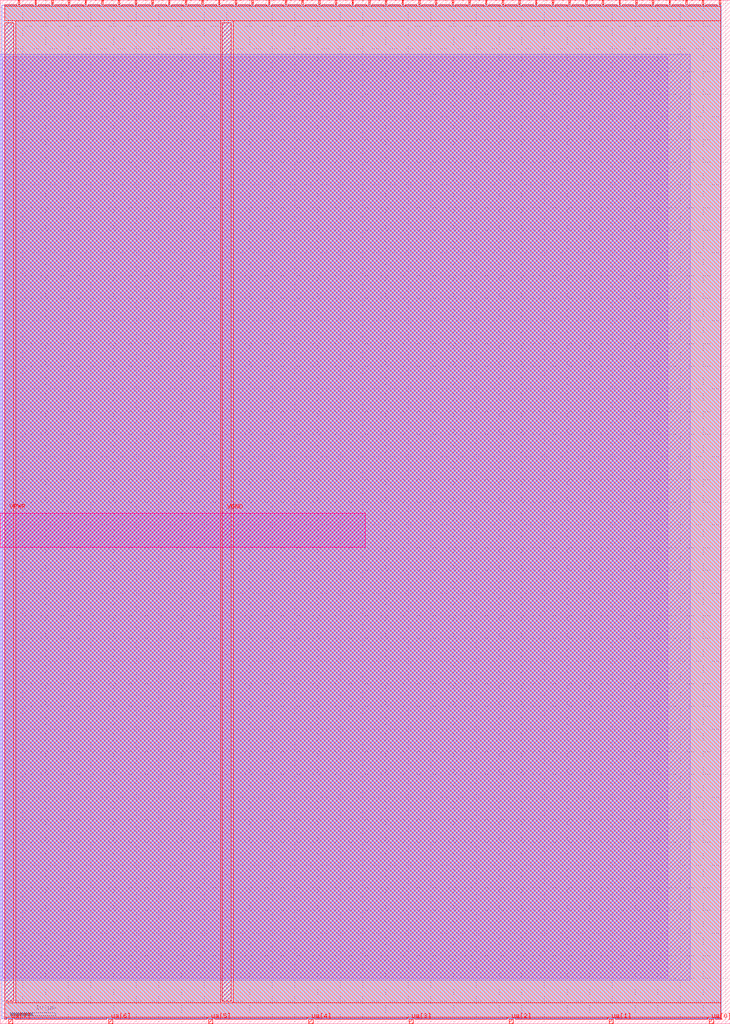
<source format=lef>
VERSION 5.7 ;
  NOWIREEXTENSIONATPIN ON ;
  DIVIDERCHAR "/" ;
  BUSBITCHARS "[]" ;
MACRO tt_um_tt7_meonwara
  CLASS BLOCK ;
  FOREIGN tt_um_tt7_meonwara ;
  ORIGIN 0.000 0.000 ;
  SIZE 161.000 BY 225.760 ;
  PIN clk
    DIRECTION INPUT ;
    USE SIGNAL ;
    ANTENNAGATEAREA 0.852000 ;
    PORT
      LAYER met4 ;
        RECT 154.870 224.760 155.170 225.760 ;
    END
  END clk
  PIN ena
    DIRECTION INPUT ;
    USE SIGNAL ;
    PORT
      LAYER met4 ;
        RECT 158.550 224.760 158.850 225.760 ;
    END
  END ena
  PIN rst_n
    DIRECTION INPUT ;
    USE SIGNAL ;
    ANTENNAGATEAREA 0.990000 ;
    PORT
      LAYER met4 ;
        RECT 151.190 224.760 151.490 225.760 ;
    END
  END rst_n
  PIN ua[0]
    DIRECTION INOUT ;
    USE SIGNAL ;
    ANTENNADIFFAREA 47.520000 ;
    PORT
      LAYER met4 ;
        RECT 156.410 0.000 157.310 1.000 ;
    END
  END ua[0]
  PIN ua[1]
    DIRECTION INOUT ;
    USE SIGNAL ;
    PORT
      LAYER met4 ;
        RECT 134.330 0.000 135.230 1.000 ;
    END
  END ua[1]
  PIN ua[2]
    DIRECTION INOUT ;
    USE SIGNAL ;
    PORT
      LAYER met4 ;
        RECT 112.250 0.000 113.150 1.000 ;
    END
  END ua[2]
  PIN ua[3]
    DIRECTION INOUT ;
    USE SIGNAL ;
    PORT
      LAYER met4 ;
        RECT 90.170 0.000 91.070 1.000 ;
    END
  END ua[3]
  PIN ua[4]
    DIRECTION INOUT ;
    USE SIGNAL ;
    PORT
      LAYER met4 ;
        RECT 68.090 0.000 68.990 1.000 ;
    END
  END ua[4]
  PIN ua[5]
    DIRECTION INOUT ;
    USE SIGNAL ;
    PORT
      LAYER met4 ;
        RECT 46.010 0.000 46.910 1.000 ;
    END
  END ua[5]
  PIN ua[6]
    DIRECTION INOUT ;
    USE SIGNAL ;
    PORT
      LAYER met4 ;
        RECT 23.930 0.000 24.830 1.000 ;
    END
  END ua[6]
  PIN ua[7]
    DIRECTION INOUT ;
    USE SIGNAL ;
    PORT
      LAYER met4 ;
        RECT 1.850 0.000 2.750 1.000 ;
    END
  END ua[7]
  PIN ui_in[0]
    DIRECTION INPUT ;
    USE SIGNAL ;
    ANTENNAGATEAREA 0.196500 ;
    PORT
      LAYER met4 ;
        RECT 147.510 224.760 147.810 225.760 ;
    END
  END ui_in[0]
  PIN ui_in[1]
    DIRECTION INPUT ;
    USE SIGNAL ;
    ANTENNAGATEAREA 0.196500 ;
    PORT
      LAYER met4 ;
        RECT 143.830 224.760 144.130 225.760 ;
    END
  END ui_in[1]
  PIN ui_in[2]
    DIRECTION INPUT ;
    USE SIGNAL ;
    ANTENNAGATEAREA 0.196500 ;
    PORT
      LAYER met4 ;
        RECT 140.150 224.760 140.450 225.760 ;
    END
  END ui_in[2]
  PIN ui_in[3]
    DIRECTION INPUT ;
    USE SIGNAL ;
    ANTENNAGATEAREA 0.196500 ;
    PORT
      LAYER met4 ;
        RECT 136.470 224.760 136.770 225.760 ;
    END
  END ui_in[3]
  PIN ui_in[4]
    DIRECTION INPUT ;
    USE SIGNAL ;
    ANTENNAGATEAREA 0.196500 ;
    PORT
      LAYER met4 ;
        RECT 132.790 224.760 133.090 225.760 ;
    END
  END ui_in[4]
  PIN ui_in[5]
    DIRECTION INPUT ;
    USE SIGNAL ;
    ANTENNAGATEAREA 0.196500 ;
    PORT
      LAYER met4 ;
        RECT 129.110 224.760 129.410 225.760 ;
    END
  END ui_in[5]
  PIN ui_in[6]
    DIRECTION INPUT ;
    USE SIGNAL ;
    ANTENNAGATEAREA 0.196500 ;
    PORT
      LAYER met4 ;
        RECT 125.430 224.760 125.730 225.760 ;
    END
  END ui_in[6]
  PIN ui_in[7]
    DIRECTION INPUT ;
    USE SIGNAL ;
    ANTENNAGATEAREA 0.196500 ;
    PORT
      LAYER met4 ;
        RECT 121.750 224.760 122.050 225.760 ;
    END
  END ui_in[7]
  PIN uio_in[0]
    DIRECTION INPUT ;
    USE SIGNAL ;
    ANTENNADIFFAREA 0.145000 ;
    PORT
      LAYER met4 ;
        RECT 118.070 224.760 118.370 225.760 ;
    END
  END uio_in[0]
  PIN uio_in[1]
    DIRECTION INPUT ;
    USE SIGNAL ;
    ANTENNADIFFAREA 0.145000 ;
    PORT
      LAYER met4 ;
        RECT 114.390 224.760 114.690 225.760 ;
    END
  END uio_in[1]
  PIN uio_in[2]
    DIRECTION INPUT ;
    USE SIGNAL ;
    ANTENNAGATEAREA 0.196500 ;
    ANTENNADIFFAREA 0.145000 ;
    PORT
      LAYER met4 ;
        RECT 110.710 224.760 111.010 225.760 ;
    END
  END uio_in[2]
  PIN uio_in[3]
    DIRECTION INPUT ;
    USE SIGNAL ;
    ANTENNAGATEAREA 0.213000 ;
    ANTENNADIFFAREA 0.145000 ;
    PORT
      LAYER met4 ;
        RECT 107.030 224.760 107.330 225.760 ;
    END
  END uio_in[3]
  PIN uio_in[4]
    DIRECTION INPUT ;
    USE SIGNAL ;
    ANTENNAGATEAREA 0.247500 ;
    ANTENNADIFFAREA 0.145000 ;
    PORT
      LAYER met4 ;
        RECT 103.350 224.760 103.650 225.760 ;
    END
  END uio_in[4]
  PIN uio_in[5]
    DIRECTION INPUT ;
    USE SIGNAL ;
    ANTENNAGATEAREA 0.247500 ;
    ANTENNADIFFAREA 0.145000 ;
    PORT
      LAYER met4 ;
        RECT 99.670 224.760 99.970 225.760 ;
    END
  END uio_in[5]
  PIN uio_in[6]
    DIRECTION INPUT ;
    USE SIGNAL ;
    ANTENNAGATEAREA 0.213000 ;
    ANTENNADIFFAREA 0.145000 ;
    PORT
      LAYER met4 ;
        RECT 95.990 224.760 96.290 225.760 ;
    END
  END uio_in[6]
  PIN uio_in[7]
    DIRECTION INPUT ;
    USE SIGNAL ;
    ANTENNAGATEAREA 0.196500 ;
    ANTENNADIFFAREA 0.145000 ;
    PORT
      LAYER met4 ;
        RECT 92.310 224.760 92.610 225.760 ;
    END
  END uio_in[7]
  PIN uio_oe[0]
    DIRECTION OUTPUT TRISTATE ;
    USE SIGNAL ;
    PORT
      LAYER met4 ;
        RECT 29.750 224.760 30.050 225.760 ;
    END
  END uio_oe[0]
  PIN uio_oe[1]
    DIRECTION OUTPUT TRISTATE ;
    USE SIGNAL ;
    PORT
      LAYER met4 ;
        RECT 26.070 224.760 26.370 225.760 ;
    END
  END uio_oe[1]
  PIN uio_oe[2]
    DIRECTION OUTPUT TRISTATE ;
    USE SIGNAL ;
    PORT
      LAYER met4 ;
        RECT 22.390 224.760 22.690 225.760 ;
    END
  END uio_oe[2]
  PIN uio_oe[3]
    DIRECTION OUTPUT TRISTATE ;
    USE SIGNAL ;
    PORT
      LAYER met4 ;
        RECT 18.710 224.760 19.010 225.760 ;
    END
  END uio_oe[3]
  PIN uio_oe[4]
    DIRECTION OUTPUT TRISTATE ;
    USE SIGNAL ;
    PORT
      LAYER met4 ;
        RECT 15.030 224.760 15.330 225.760 ;
    END
  END uio_oe[4]
  PIN uio_oe[5]
    DIRECTION OUTPUT TRISTATE ;
    USE SIGNAL ;
    PORT
      LAYER met4 ;
        RECT 11.350 224.760 11.650 225.760 ;
    END
  END uio_oe[5]
  PIN uio_oe[6]
    DIRECTION OUTPUT TRISTATE ;
    USE SIGNAL ;
    PORT
      LAYER met4 ;
        RECT 7.670 224.760 7.970 225.760 ;
    END
  END uio_oe[6]
  PIN uio_oe[7]
    DIRECTION OUTPUT TRISTATE ;
    USE SIGNAL ;
    PORT
      LAYER met4 ;
        RECT 3.990 224.760 4.290 225.760 ;
    END
  END uio_oe[7]
  PIN uio_out[0]
    DIRECTION OUTPUT TRISTATE ;
    USE SIGNAL ;
    PORT
      LAYER met4 ;
        RECT 59.190 224.760 59.490 225.760 ;
    END
  END uio_out[0]
  PIN uio_out[1]
    DIRECTION OUTPUT TRISTATE ;
    USE SIGNAL ;
    PORT
      LAYER met4 ;
        RECT 55.510 224.760 55.810 225.760 ;
    END
  END uio_out[1]
  PIN uio_out[2]
    DIRECTION OUTPUT TRISTATE ;
    USE SIGNAL ;
    PORT
      LAYER met4 ;
        RECT 51.830 224.760 52.130 225.760 ;
    END
  END uio_out[2]
  PIN uio_out[3]
    DIRECTION OUTPUT TRISTATE ;
    USE SIGNAL ;
    PORT
      LAYER met4 ;
        RECT 48.150 224.760 48.450 225.760 ;
    END
  END uio_out[3]
  PIN uio_out[4]
    DIRECTION OUTPUT TRISTATE ;
    USE SIGNAL ;
    PORT
      LAYER met4 ;
        RECT 44.470 224.760 44.770 225.760 ;
    END
  END uio_out[4]
  PIN uio_out[5]
    DIRECTION OUTPUT TRISTATE ;
    USE SIGNAL ;
    PORT
      LAYER met4 ;
        RECT 40.790 224.760 41.090 225.760 ;
    END
  END uio_out[5]
  PIN uio_out[6]
    DIRECTION OUTPUT TRISTATE ;
    USE SIGNAL ;
    PORT
      LAYER met4 ;
        RECT 37.110 224.760 37.410 225.760 ;
    END
  END uio_out[6]
  PIN uio_out[7]
    DIRECTION OUTPUT TRISTATE ;
    USE SIGNAL ;
    PORT
      LAYER met4 ;
        RECT 33.430 224.760 33.730 225.760 ;
    END
  END uio_out[7]
  PIN uo_out[0]
    DIRECTION OUTPUT TRISTATE ;
    USE SIGNAL ;
    ANTENNADIFFAREA 0.340600 ;
    PORT
      LAYER met4 ;
        RECT 88.630 224.760 88.930 225.760 ;
    END
  END uo_out[0]
  PIN uo_out[1]
    DIRECTION OUTPUT TRISTATE ;
    USE SIGNAL ;
    ANTENNADIFFAREA 0.340600 ;
    PORT
      LAYER met4 ;
        RECT 84.950 224.760 85.250 225.760 ;
    END
  END uo_out[1]
  PIN uo_out[2]
    DIRECTION OUTPUT TRISTATE ;
    USE SIGNAL ;
    ANTENNADIFFAREA 0.340600 ;
    PORT
      LAYER met4 ;
        RECT 81.270 224.760 81.570 225.760 ;
    END
  END uo_out[2]
  PIN uo_out[3]
    DIRECTION OUTPUT TRISTATE ;
    USE SIGNAL ;
    ANTENNADIFFAREA 0.340600 ;
    PORT
      LAYER met4 ;
        RECT 77.590 224.760 77.890 225.760 ;
    END
  END uo_out[3]
  PIN uo_out[4]
    DIRECTION OUTPUT TRISTATE ;
    USE SIGNAL ;
    ANTENNADIFFAREA 0.340600 ;
    PORT
      LAYER met4 ;
        RECT 73.910 224.760 74.210 225.760 ;
    END
  END uo_out[4]
  PIN uo_out[5]
    DIRECTION OUTPUT TRISTATE ;
    USE SIGNAL ;
    ANTENNADIFFAREA 0.340600 ;
    PORT
      LAYER met4 ;
        RECT 70.230 224.760 70.530 225.760 ;
    END
  END uo_out[5]
  PIN uo_out[6]
    DIRECTION OUTPUT TRISTATE ;
    USE SIGNAL ;
    ANTENNADIFFAREA 0.340600 ;
    PORT
      LAYER met4 ;
        RECT 66.550 224.760 66.850 225.760 ;
    END
  END uo_out[6]
  PIN uo_out[7]
    DIRECTION OUTPUT TRISTATE ;
    USE SIGNAL ;
    ANTENNADIFFAREA 0.340600 ;
    PORT
      LAYER met4 ;
        RECT 62.870 224.760 63.170 225.760 ;
    END
  END uo_out[7]
  PIN VPWR
    DIRECTION INOUT ;
    USE POWER ;
    PORT
      LAYER met4 ;
        RECT 1.000 5.000 3.000 220.760 ;
    END
  END VPWR
  PIN VGND
    DIRECTION INOUT ;
    USE GROUND ;
    PORT
      LAYER met4 ;
        RECT 49.000 5.000 51.000 220.760 ;
    END
  END VGND
  OBS
      LAYER nwell ;
        RECT 0.000 105.105 80.500 112.600 ;
      LAYER li1 ;
        RECT 0.580 10.000 147.200 213.285 ;
      LAYER met1 ;
        RECT 0.000 9.600 152.190 213.840 ;
      LAYER met2 ;
        RECT 0.350 1.100 158.950 224.610 ;
      LAYER met3 ;
        RECT 0.950 1.175 159.000 224.585 ;
      LAYER met4 ;
        RECT 0.995 224.360 3.590 224.760 ;
        RECT 4.690 224.360 7.270 224.760 ;
        RECT 8.370 224.360 10.950 224.760 ;
        RECT 12.050 224.360 14.630 224.760 ;
        RECT 15.730 224.360 18.310 224.760 ;
        RECT 19.410 224.360 21.990 224.760 ;
        RECT 23.090 224.360 25.670 224.760 ;
        RECT 26.770 224.360 29.350 224.760 ;
        RECT 30.450 224.360 33.030 224.760 ;
        RECT 34.130 224.360 36.710 224.760 ;
        RECT 37.810 224.360 40.390 224.760 ;
        RECT 41.490 224.360 44.070 224.760 ;
        RECT 45.170 224.360 47.750 224.760 ;
        RECT 48.850 224.360 51.430 224.760 ;
        RECT 52.530 224.360 55.110 224.760 ;
        RECT 56.210 224.360 58.790 224.760 ;
        RECT 59.890 224.360 62.470 224.760 ;
        RECT 63.570 224.360 66.150 224.760 ;
        RECT 67.250 224.360 69.830 224.760 ;
        RECT 70.930 224.360 73.510 224.760 ;
        RECT 74.610 224.360 77.190 224.760 ;
        RECT 78.290 224.360 80.870 224.760 ;
        RECT 81.970 224.360 84.550 224.760 ;
        RECT 85.650 224.360 88.230 224.760 ;
        RECT 89.330 224.360 91.910 224.760 ;
        RECT 93.010 224.360 95.590 224.760 ;
        RECT 96.690 224.360 99.270 224.760 ;
        RECT 100.370 224.360 102.950 224.760 ;
        RECT 104.050 224.360 106.630 224.760 ;
        RECT 107.730 224.360 110.310 224.760 ;
        RECT 111.410 224.360 113.990 224.760 ;
        RECT 115.090 224.360 117.670 224.760 ;
        RECT 118.770 224.360 121.350 224.760 ;
        RECT 122.450 224.360 125.030 224.760 ;
        RECT 126.130 224.360 128.710 224.760 ;
        RECT 129.810 224.360 132.390 224.760 ;
        RECT 133.490 224.360 136.070 224.760 ;
        RECT 137.170 224.360 139.750 224.760 ;
        RECT 140.850 224.360 143.430 224.760 ;
        RECT 144.530 224.360 147.110 224.760 ;
        RECT 148.210 224.360 150.790 224.760 ;
        RECT 151.890 224.360 154.470 224.760 ;
        RECT 155.570 224.360 158.150 224.760 ;
        RECT 0.995 221.160 158.955 224.360 ;
        RECT 3.400 4.600 48.600 221.160 ;
        RECT 51.400 4.600 158.955 221.160 ;
        RECT 0.995 1.400 158.955 4.600 ;
        RECT 0.995 1.000 1.450 1.400 ;
        RECT 3.150 1.000 23.530 1.400 ;
        RECT 25.230 1.000 45.610 1.400 ;
        RECT 47.310 1.000 67.690 1.400 ;
        RECT 69.390 1.000 89.770 1.400 ;
        RECT 91.470 1.000 111.850 1.400 ;
        RECT 113.550 1.000 133.930 1.400 ;
        RECT 135.630 1.000 156.010 1.400 ;
        RECT 157.710 1.000 158.955 1.400 ;
  END
END tt_um_tt7_meonwara
END LIBRARY


</source>
